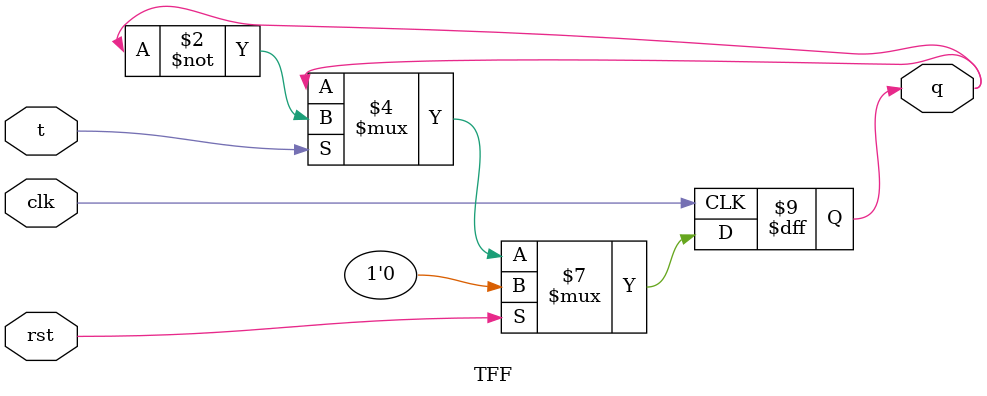
<source format=v>
`timescale 1ns / 1ps
/*******************************************************************
*
* Module: TFF.v
* Project: femtoRV32
* Author(s): Abdelhakim Badawy  - abdelhakimbadawy@aucegypt.edu
             Marwan Eid         - marwanadel99@aucegypt.edu
             Mohammed Abuelwafa - mohammedabuelwafa@aucegypt.edu
* Description: A verilog module for a T Flip-flop
*
* Change history: 11/10/19 - Added to the project
*
**********************************************************************/

module TFF(
    input clk,
    input rst,
    input t,
    output reg q
);

    always @ (posedge clk)
        begin
            if (rst)
                q <= 0;
            else if (t)
                q <= ~q;
            else
                q <= q;
        end
endmodule

</source>
